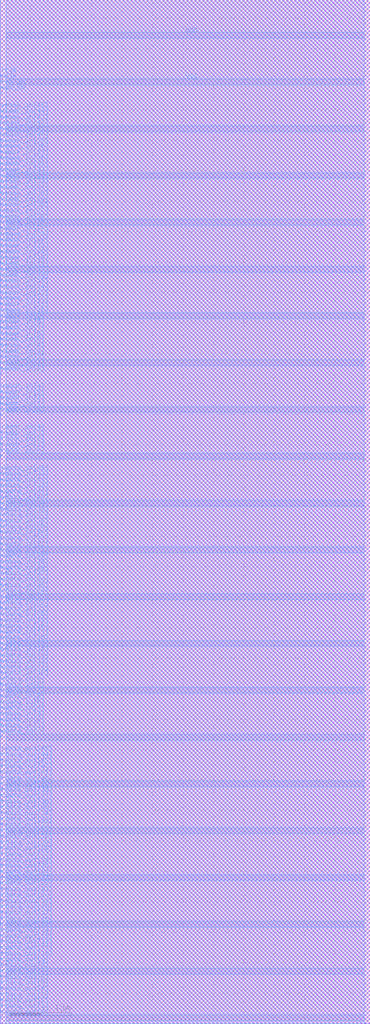
<source format=lef>
VERSION 5.7 ;
BUSBITCHARS "[]" ;
MACRO fakeregfile_32x46
  FOREIGN fakeregfile_32x46 0 0 ;
  SYMMETRY X Y R90 ;
  SIZE 6.080 BY 16.800 ;
  CLASS BLOCK ;
  PIN rdata_out[0]
    DIRECTION OUTPUT ;
    USE SIGNAL ;
    SHAPE ABUTMENT ;
    PORT
      LAYER M4 ;
      RECT 0.000 0.096 0.024 0.120 ;
    END
  END rdata_out[0]
  PIN rdata_out[1]
    DIRECTION OUTPUT ;
    USE SIGNAL ;
    SHAPE ABUTMENT ;
    PORT
      LAYER M4 ;
      RECT 0.000 0.192 0.024 0.216 ;
    END
  END rdata_out[1]
  PIN rdata_out[2]
    DIRECTION OUTPUT ;
    USE SIGNAL ;
    SHAPE ABUTMENT ;
    PORT
      LAYER M4 ;
      RECT 0.000 0.288 0.024 0.312 ;
    END
  END rdata_out[2]
  PIN rdata_out[3]
    DIRECTION OUTPUT ;
    USE SIGNAL ;
    SHAPE ABUTMENT ;
    PORT
      LAYER M4 ;
      RECT 0.000 0.384 0.024 0.408 ;
    END
  END rdata_out[3]
  PIN rdata_out[4]
    DIRECTION OUTPUT ;
    USE SIGNAL ;
    SHAPE ABUTMENT ;
    PORT
      LAYER M4 ;
      RECT 0.000 0.480 0.024 0.504 ;
    END
  END rdata_out[4]
  PIN rdata_out[5]
    DIRECTION OUTPUT ;
    USE SIGNAL ;
    SHAPE ABUTMENT ;
    PORT
      LAYER M4 ;
      RECT 0.000 0.576 0.024 0.600 ;
    END
  END rdata_out[5]
  PIN rdata_out[6]
    DIRECTION OUTPUT ;
    USE SIGNAL ;
    SHAPE ABUTMENT ;
    PORT
      LAYER M4 ;
      RECT 0.000 0.672 0.024 0.696 ;
    END
  END rdata_out[6]
  PIN rdata_out[7]
    DIRECTION OUTPUT ;
    USE SIGNAL ;
    SHAPE ABUTMENT ;
    PORT
      LAYER M4 ;
      RECT 0.000 0.768 0.024 0.792 ;
    END
  END rdata_out[7]
  PIN rdata_out[8]
    DIRECTION OUTPUT ;
    USE SIGNAL ;
    SHAPE ABUTMENT ;
    PORT
      LAYER M4 ;
      RECT 0.000 0.864 0.024 0.888 ;
    END
  END rdata_out[8]
  PIN rdata_out[9]
    DIRECTION OUTPUT ;
    USE SIGNAL ;
    SHAPE ABUTMENT ;
    PORT
      LAYER M4 ;
      RECT 0.000 0.960 0.024 0.984 ;
    END
  END rdata_out[9]
  PIN rdata_out[10]
    DIRECTION OUTPUT ;
    USE SIGNAL ;
    SHAPE ABUTMENT ;
    PORT
      LAYER M4 ;
      RECT 0.000 1.056 0.024 1.080 ;
    END
  END rdata_out[10]
  PIN rdata_out[11]
    DIRECTION OUTPUT ;
    USE SIGNAL ;
    SHAPE ABUTMENT ;
    PORT
      LAYER M4 ;
      RECT 0.000 1.152 0.024 1.176 ;
    END
  END rdata_out[11]
  PIN rdata_out[12]
    DIRECTION OUTPUT ;
    USE SIGNAL ;
    SHAPE ABUTMENT ;
    PORT
      LAYER M4 ;
      RECT 0.000 1.248 0.024 1.272 ;
    END
  END rdata_out[12]
  PIN rdata_out[13]
    DIRECTION OUTPUT ;
    USE SIGNAL ;
    SHAPE ABUTMENT ;
    PORT
      LAYER M4 ;
      RECT 0.000 1.344 0.024 1.368 ;
    END
  END rdata_out[13]
  PIN rdata_out[14]
    DIRECTION OUTPUT ;
    USE SIGNAL ;
    SHAPE ABUTMENT ;
    PORT
      LAYER M4 ;
      RECT 0.000 1.440 0.024 1.464 ;
    END
  END rdata_out[14]
  PIN rdata_out[15]
    DIRECTION OUTPUT ;
    USE SIGNAL ;
    SHAPE ABUTMENT ;
    PORT
      LAYER M4 ;
      RECT 0.000 1.536 0.024 1.560 ;
    END
  END rdata_out[15]
  PIN rdata_out[16]
    DIRECTION OUTPUT ;
    USE SIGNAL ;
    SHAPE ABUTMENT ;
    PORT
      LAYER M4 ;
      RECT 0.000 1.632 0.024 1.656 ;
    END
  END rdata_out[16]
  PIN rdata_out[17]
    DIRECTION OUTPUT ;
    USE SIGNAL ;
    SHAPE ABUTMENT ;
    PORT
      LAYER M4 ;
      RECT 0.000 1.728 0.024 1.752 ;
    END
  END rdata_out[17]
  PIN rdata_out[18]
    DIRECTION OUTPUT ;
    USE SIGNAL ;
    SHAPE ABUTMENT ;
    PORT
      LAYER M4 ;
      RECT 0.000 1.824 0.024 1.848 ;
    END
  END rdata_out[18]
  PIN rdata_out[19]
    DIRECTION OUTPUT ;
    USE SIGNAL ;
    SHAPE ABUTMENT ;
    PORT
      LAYER M4 ;
      RECT 0.000 1.920 0.024 1.944 ;
    END
  END rdata_out[19]
  PIN rdata_out[20]
    DIRECTION OUTPUT ;
    USE SIGNAL ;
    SHAPE ABUTMENT ;
    PORT
      LAYER M4 ;
      RECT 0.000 2.016 0.024 2.040 ;
    END
  END rdata_out[20]
  PIN rdata_out[21]
    DIRECTION OUTPUT ;
    USE SIGNAL ;
    SHAPE ABUTMENT ;
    PORT
      LAYER M4 ;
      RECT 0.000 2.112 0.024 2.136 ;
    END
  END rdata_out[21]
  PIN rdata_out[22]
    DIRECTION OUTPUT ;
    USE SIGNAL ;
    SHAPE ABUTMENT ;
    PORT
      LAYER M4 ;
      RECT 0.000 2.208 0.024 2.232 ;
    END
  END rdata_out[22]
  PIN rdata_out[23]
    DIRECTION OUTPUT ;
    USE SIGNAL ;
    SHAPE ABUTMENT ;
    PORT
      LAYER M4 ;
      RECT 0.000 2.304 0.024 2.328 ;
    END
  END rdata_out[23]
  PIN rdata_out[24]
    DIRECTION OUTPUT ;
    USE SIGNAL ;
    SHAPE ABUTMENT ;
    PORT
      LAYER M4 ;
      RECT 0.000 2.400 0.024 2.424 ;
    END
  END rdata_out[24]
  PIN rdata_out[25]
    DIRECTION OUTPUT ;
    USE SIGNAL ;
    SHAPE ABUTMENT ;
    PORT
      LAYER M4 ;
      RECT 0.000 2.496 0.024 2.520 ;
    END
  END rdata_out[25]
  PIN rdata_out[26]
    DIRECTION OUTPUT ;
    USE SIGNAL ;
    SHAPE ABUTMENT ;
    PORT
      LAYER M4 ;
      RECT 0.000 2.592 0.024 2.616 ;
    END
  END rdata_out[26]
  PIN rdata_out[27]
    DIRECTION OUTPUT ;
    USE SIGNAL ;
    SHAPE ABUTMENT ;
    PORT
      LAYER M4 ;
      RECT 0.000 2.688 0.024 2.712 ;
    END
  END rdata_out[27]
  PIN rdata_out[28]
    DIRECTION OUTPUT ;
    USE SIGNAL ;
    SHAPE ABUTMENT ;
    PORT
      LAYER M4 ;
      RECT 0.000 2.784 0.024 2.808 ;
    END
  END rdata_out[28]
  PIN rdata_out[29]
    DIRECTION OUTPUT ;
    USE SIGNAL ;
    SHAPE ABUTMENT ;
    PORT
      LAYER M4 ;
      RECT 0.000 2.880 0.024 2.904 ;
    END
  END rdata_out[29]
  PIN rdata_out[30]
    DIRECTION OUTPUT ;
    USE SIGNAL ;
    SHAPE ABUTMENT ;
    PORT
      LAYER M4 ;
      RECT 0.000 2.976 0.024 3.000 ;
    END
  END rdata_out[30]
  PIN rdata_out[31]
    DIRECTION OUTPUT ;
    USE SIGNAL ;
    SHAPE ABUTMENT ;
    PORT
      LAYER M4 ;
      RECT 0.000 3.072 0.024 3.096 ;
    END
  END rdata_out[31]
  PIN rdata_out[32]
    DIRECTION OUTPUT ;
    USE SIGNAL ;
    SHAPE ABUTMENT ;
    PORT
      LAYER M4 ;
      RECT 0.000 3.168 0.024 3.192 ;
    END
  END rdata_out[32]
  PIN rdata_out[33]
    DIRECTION OUTPUT ;
    USE SIGNAL ;
    SHAPE ABUTMENT ;
    PORT
      LAYER M4 ;
      RECT 0.000 3.264 0.024 3.288 ;
    END
  END rdata_out[33]
  PIN rdata_out[34]
    DIRECTION OUTPUT ;
    USE SIGNAL ;
    SHAPE ABUTMENT ;
    PORT
      LAYER M4 ;
      RECT 0.000 3.360 0.024 3.384 ;
    END
  END rdata_out[34]
  PIN rdata_out[35]
    DIRECTION OUTPUT ;
    USE SIGNAL ;
    SHAPE ABUTMENT ;
    PORT
      LAYER M4 ;
      RECT 0.000 3.456 0.024 3.480 ;
    END
  END rdata_out[35]
  PIN rdata_out[36]
    DIRECTION OUTPUT ;
    USE SIGNAL ;
    SHAPE ABUTMENT ;
    PORT
      LAYER M4 ;
      RECT 0.000 3.552 0.024 3.576 ;
    END
  END rdata_out[36]
  PIN rdata_out[37]
    DIRECTION OUTPUT ;
    USE SIGNAL ;
    SHAPE ABUTMENT ;
    PORT
      LAYER M4 ;
      RECT 0.000 3.648 0.024 3.672 ;
    END
  END rdata_out[37]
  PIN rdata_out[38]
    DIRECTION OUTPUT ;
    USE SIGNAL ;
    SHAPE ABUTMENT ;
    PORT
      LAYER M4 ;
      RECT 0.000 3.744 0.024 3.768 ;
    END
  END rdata_out[38]
  PIN rdata_out[39]
    DIRECTION OUTPUT ;
    USE SIGNAL ;
    SHAPE ABUTMENT ;
    PORT
      LAYER M4 ;
      RECT 0.000 3.840 0.024 3.864 ;
    END
  END rdata_out[39]
  PIN rdata_out[40]
    DIRECTION OUTPUT ;
    USE SIGNAL ;
    SHAPE ABUTMENT ;
    PORT
      LAYER M4 ;
      RECT 0.000 3.936 0.024 3.960 ;
    END
  END rdata_out[40]
  PIN rdata_out[41]
    DIRECTION OUTPUT ;
    USE SIGNAL ;
    SHAPE ABUTMENT ;
    PORT
      LAYER M4 ;
      RECT 0.000 4.032 0.024 4.056 ;
    END
  END rdata_out[41]
  PIN rdata_out[42]
    DIRECTION OUTPUT ;
    USE SIGNAL ;
    SHAPE ABUTMENT ;
    PORT
      LAYER M4 ;
      RECT 0.000 4.128 0.024 4.152 ;
    END
  END rdata_out[42]
  PIN rdata_out[43]
    DIRECTION OUTPUT ;
    USE SIGNAL ;
    SHAPE ABUTMENT ;
    PORT
      LAYER M4 ;
      RECT 0.000 4.224 0.024 4.248 ;
    END
  END rdata_out[43]
  PIN rdata_out[44]
    DIRECTION OUTPUT ;
    USE SIGNAL ;
    SHAPE ABUTMENT ;
    PORT
      LAYER M4 ;
      RECT 0.000 4.320 0.024 4.344 ;
    END
  END rdata_out[44]
  PIN rdata_out[45]
    DIRECTION OUTPUT ;
    USE SIGNAL ;
    SHAPE ABUTMENT ;
    PORT
      LAYER M4 ;
      RECT 0.000 4.416 0.024 4.440 ;
    END
  END rdata_out[45]
  PIN wdata_in[0]
    DIRECTION INPUT ;
    USE SIGNAL ;
    SHAPE ABUTMENT ;
    PORT
      LAYER M4 ;
      RECT 0.000 4.704 0.024 4.728 ;
    END
  END wdata_in[0]
  PIN wdata_in[1]
    DIRECTION INPUT ;
    USE SIGNAL ;
    SHAPE ABUTMENT ;
    PORT
      LAYER M4 ;
      RECT 0.000 4.800 0.024 4.824 ;
    END
  END wdata_in[1]
  PIN wdata_in[2]
    DIRECTION INPUT ;
    USE SIGNAL ;
    SHAPE ABUTMENT ;
    PORT
      LAYER M4 ;
      RECT 0.000 4.896 0.024 4.920 ;
    END
  END wdata_in[2]
  PIN wdata_in[3]
    DIRECTION INPUT ;
    USE SIGNAL ;
    SHAPE ABUTMENT ;
    PORT
      LAYER M4 ;
      RECT 0.000 4.992 0.024 5.016 ;
    END
  END wdata_in[3]
  PIN wdata_in[4]
    DIRECTION INPUT ;
    USE SIGNAL ;
    SHAPE ABUTMENT ;
    PORT
      LAYER M4 ;
      RECT 0.000 5.088 0.024 5.112 ;
    END
  END wdata_in[4]
  PIN wdata_in[5]
    DIRECTION INPUT ;
    USE SIGNAL ;
    SHAPE ABUTMENT ;
    PORT
      LAYER M4 ;
      RECT 0.000 5.184 0.024 5.208 ;
    END
  END wdata_in[5]
  PIN wdata_in[6]
    DIRECTION INPUT ;
    USE SIGNAL ;
    SHAPE ABUTMENT ;
    PORT
      LAYER M4 ;
      RECT 0.000 5.280 0.024 5.304 ;
    END
  END wdata_in[6]
  PIN wdata_in[7]
    DIRECTION INPUT ;
    USE SIGNAL ;
    SHAPE ABUTMENT ;
    PORT
      LAYER M4 ;
      RECT 0.000 5.376 0.024 5.400 ;
    END
  END wdata_in[7]
  PIN wdata_in[8]
    DIRECTION INPUT ;
    USE SIGNAL ;
    SHAPE ABUTMENT ;
    PORT
      LAYER M4 ;
      RECT 0.000 5.472 0.024 5.496 ;
    END
  END wdata_in[8]
  PIN wdata_in[9]
    DIRECTION INPUT ;
    USE SIGNAL ;
    SHAPE ABUTMENT ;
    PORT
      LAYER M4 ;
      RECT 0.000 5.568 0.024 5.592 ;
    END
  END wdata_in[9]
  PIN wdata_in[10]
    DIRECTION INPUT ;
    USE SIGNAL ;
    SHAPE ABUTMENT ;
    PORT
      LAYER M4 ;
      RECT 0.000 5.664 0.024 5.688 ;
    END
  END wdata_in[10]
  PIN wdata_in[11]
    DIRECTION INPUT ;
    USE SIGNAL ;
    SHAPE ABUTMENT ;
    PORT
      LAYER M4 ;
      RECT 0.000 5.760 0.024 5.784 ;
    END
  END wdata_in[11]
  PIN wdata_in[12]
    DIRECTION INPUT ;
    USE SIGNAL ;
    SHAPE ABUTMENT ;
    PORT
      LAYER M4 ;
      RECT 0.000 5.856 0.024 5.880 ;
    END
  END wdata_in[12]
  PIN wdata_in[13]
    DIRECTION INPUT ;
    USE SIGNAL ;
    SHAPE ABUTMENT ;
    PORT
      LAYER M4 ;
      RECT 0.000 5.952 0.024 5.976 ;
    END
  END wdata_in[13]
  PIN wdata_in[14]
    DIRECTION INPUT ;
    USE SIGNAL ;
    SHAPE ABUTMENT ;
    PORT
      LAYER M4 ;
      RECT 0.000 6.048 0.024 6.072 ;
    END
  END wdata_in[14]
  PIN wdata_in[15]
    DIRECTION INPUT ;
    USE SIGNAL ;
    SHAPE ABUTMENT ;
    PORT
      LAYER M4 ;
      RECT 0.000 6.144 0.024 6.168 ;
    END
  END wdata_in[15]
  PIN wdata_in[16]
    DIRECTION INPUT ;
    USE SIGNAL ;
    SHAPE ABUTMENT ;
    PORT
      LAYER M4 ;
      RECT 0.000 6.240 0.024 6.264 ;
    END
  END wdata_in[16]
  PIN wdata_in[17]
    DIRECTION INPUT ;
    USE SIGNAL ;
    SHAPE ABUTMENT ;
    PORT
      LAYER M4 ;
      RECT 0.000 6.336 0.024 6.360 ;
    END
  END wdata_in[17]
  PIN wdata_in[18]
    DIRECTION INPUT ;
    USE SIGNAL ;
    SHAPE ABUTMENT ;
    PORT
      LAYER M4 ;
      RECT 0.000 6.432 0.024 6.456 ;
    END
  END wdata_in[18]
  PIN wdata_in[19]
    DIRECTION INPUT ;
    USE SIGNAL ;
    SHAPE ABUTMENT ;
    PORT
      LAYER M4 ;
      RECT 0.000 6.528 0.024 6.552 ;
    END
  END wdata_in[19]
  PIN wdata_in[20]
    DIRECTION INPUT ;
    USE SIGNAL ;
    SHAPE ABUTMENT ;
    PORT
      LAYER M4 ;
      RECT 0.000 6.624 0.024 6.648 ;
    END
  END wdata_in[20]
  PIN wdata_in[21]
    DIRECTION INPUT ;
    USE SIGNAL ;
    SHAPE ABUTMENT ;
    PORT
      LAYER M4 ;
      RECT 0.000 6.720 0.024 6.744 ;
    END
  END wdata_in[21]
  PIN wdata_in[22]
    DIRECTION INPUT ;
    USE SIGNAL ;
    SHAPE ABUTMENT ;
    PORT
      LAYER M4 ;
      RECT 0.000 6.816 0.024 6.840 ;
    END
  END wdata_in[22]
  PIN wdata_in[23]
    DIRECTION INPUT ;
    USE SIGNAL ;
    SHAPE ABUTMENT ;
    PORT
      LAYER M4 ;
      RECT 0.000 6.912 0.024 6.936 ;
    END
  END wdata_in[23]
  PIN wdata_in[24]
    DIRECTION INPUT ;
    USE SIGNAL ;
    SHAPE ABUTMENT ;
    PORT
      LAYER M4 ;
      RECT 0.000 7.008 0.024 7.032 ;
    END
  END wdata_in[24]
  PIN wdata_in[25]
    DIRECTION INPUT ;
    USE SIGNAL ;
    SHAPE ABUTMENT ;
    PORT
      LAYER M4 ;
      RECT 0.000 7.104 0.024 7.128 ;
    END
  END wdata_in[25]
  PIN wdata_in[26]
    DIRECTION INPUT ;
    USE SIGNAL ;
    SHAPE ABUTMENT ;
    PORT
      LAYER M4 ;
      RECT 0.000 7.200 0.024 7.224 ;
    END
  END wdata_in[26]
  PIN wdata_in[27]
    DIRECTION INPUT ;
    USE SIGNAL ;
    SHAPE ABUTMENT ;
    PORT
      LAYER M4 ;
      RECT 0.000 7.296 0.024 7.320 ;
    END
  END wdata_in[27]
  PIN wdata_in[28]
    DIRECTION INPUT ;
    USE SIGNAL ;
    SHAPE ABUTMENT ;
    PORT
      LAYER M4 ;
      RECT 0.000 7.392 0.024 7.416 ;
    END
  END wdata_in[28]
  PIN wdata_in[29]
    DIRECTION INPUT ;
    USE SIGNAL ;
    SHAPE ABUTMENT ;
    PORT
      LAYER M4 ;
      RECT 0.000 7.488 0.024 7.512 ;
    END
  END wdata_in[29]
  PIN wdata_in[30]
    DIRECTION INPUT ;
    USE SIGNAL ;
    SHAPE ABUTMENT ;
    PORT
      LAYER M4 ;
      RECT 0.000 7.584 0.024 7.608 ;
    END
  END wdata_in[30]
  PIN wdata_in[31]
    DIRECTION INPUT ;
    USE SIGNAL ;
    SHAPE ABUTMENT ;
    PORT
      LAYER M4 ;
      RECT 0.000 7.680 0.024 7.704 ;
    END
  END wdata_in[31]
  PIN wdata_in[32]
    DIRECTION INPUT ;
    USE SIGNAL ;
    SHAPE ABUTMENT ;
    PORT
      LAYER M4 ;
      RECT 0.000 7.776 0.024 7.800 ;
    END
  END wdata_in[32]
  PIN wdata_in[33]
    DIRECTION INPUT ;
    USE SIGNAL ;
    SHAPE ABUTMENT ;
    PORT
      LAYER M4 ;
      RECT 0.000 7.872 0.024 7.896 ;
    END
  END wdata_in[33]
  PIN wdata_in[34]
    DIRECTION INPUT ;
    USE SIGNAL ;
    SHAPE ABUTMENT ;
    PORT
      LAYER M4 ;
      RECT 0.000 7.968 0.024 7.992 ;
    END
  END wdata_in[34]
  PIN wdata_in[35]
    DIRECTION INPUT ;
    USE SIGNAL ;
    SHAPE ABUTMENT ;
    PORT
      LAYER M4 ;
      RECT 0.000 8.064 0.024 8.088 ;
    END
  END wdata_in[35]
  PIN wdata_in[36]
    DIRECTION INPUT ;
    USE SIGNAL ;
    SHAPE ABUTMENT ;
    PORT
      LAYER M4 ;
      RECT 0.000 8.160 0.024 8.184 ;
    END
  END wdata_in[36]
  PIN wdata_in[37]
    DIRECTION INPUT ;
    USE SIGNAL ;
    SHAPE ABUTMENT ;
    PORT
      LAYER M4 ;
      RECT 0.000 8.256 0.024 8.280 ;
    END
  END wdata_in[37]
  PIN wdata_in[38]
    DIRECTION INPUT ;
    USE SIGNAL ;
    SHAPE ABUTMENT ;
    PORT
      LAYER M4 ;
      RECT 0.000 8.352 0.024 8.376 ;
    END
  END wdata_in[38]
  PIN wdata_in[39]
    DIRECTION INPUT ;
    USE SIGNAL ;
    SHAPE ABUTMENT ;
    PORT
      LAYER M4 ;
      RECT 0.000 8.448 0.024 8.472 ;
    END
  END wdata_in[39]
  PIN wdata_in[40]
    DIRECTION INPUT ;
    USE SIGNAL ;
    SHAPE ABUTMENT ;
    PORT
      LAYER M4 ;
      RECT 0.000 8.544 0.024 8.568 ;
    END
  END wdata_in[40]
  PIN wdata_in[41]
    DIRECTION INPUT ;
    USE SIGNAL ;
    SHAPE ABUTMENT ;
    PORT
      LAYER M4 ;
      RECT 0.000 8.640 0.024 8.664 ;
    END
  END wdata_in[41]
  PIN wdata_in[42]
    DIRECTION INPUT ;
    USE SIGNAL ;
    SHAPE ABUTMENT ;
    PORT
      LAYER M4 ;
      RECT 0.000 8.736 0.024 8.760 ;
    END
  END wdata_in[42]
  PIN wdata_in[43]
    DIRECTION INPUT ;
    USE SIGNAL ;
    SHAPE ABUTMENT ;
    PORT
      LAYER M4 ;
      RECT 0.000 8.832 0.024 8.856 ;
    END
  END wdata_in[43]
  PIN wdata_in[44]
    DIRECTION INPUT ;
    USE SIGNAL ;
    SHAPE ABUTMENT ;
    PORT
      LAYER M4 ;
      RECT 0.000 8.928 0.024 8.952 ;
    END
  END wdata_in[44]
  PIN wdata_in[45]
    DIRECTION INPUT ;
    USE SIGNAL ;
    SHAPE ABUTMENT ;
    PORT
      LAYER M4 ;
      RECT 0.000 9.024 0.024 9.048 ;
    END
  END wdata_in[45]
  PIN raddr_in[0]
    DIRECTION INPUT ;
    USE SIGNAL ;
    SHAPE ABUTMENT ;
    PORT
      LAYER M4 ;
      RECT 0.000 9.312 0.024 9.336 ;
    END
  END raddr_in[0]
  PIN raddr_in[1]
    DIRECTION INPUT ;
    USE SIGNAL ;
    SHAPE ABUTMENT ;
    PORT
      LAYER M4 ;
      RECT 0.000 9.408 0.024 9.432 ;
    END
  END raddr_in[1]
  PIN raddr_in[2]
    DIRECTION INPUT ;
    USE SIGNAL ;
    SHAPE ABUTMENT ;
    PORT
      LAYER M4 ;
      RECT 0.000 9.504 0.024 9.528 ;
    END
  END raddr_in[2]
  PIN raddr_in[3]
    DIRECTION INPUT ;
    USE SIGNAL ;
    SHAPE ABUTMENT ;
    PORT
      LAYER M4 ;
      RECT 0.000 9.600 0.024 9.624 ;
    END
  END raddr_in[3]
  PIN raddr_in[4]
    DIRECTION INPUT ;
    USE SIGNAL ;
    SHAPE ABUTMENT ;
    PORT
      LAYER M4 ;
      RECT 0.000 9.696 0.024 9.720 ;
    END
  END raddr_in[4]
  PIN waddr_in[0]
    DIRECTION INPUT ;
    USE SIGNAL ;
    SHAPE ABUTMENT ;
    PORT
      LAYER M4 ;
      RECT 0.000 9.984 0.024 10.008 ;
    END
  END waddr_in[0]
  PIN waddr_in[1]
    DIRECTION INPUT ;
    USE SIGNAL ;
    SHAPE ABUTMENT ;
    PORT
      LAYER M4 ;
      RECT 0.000 10.080 0.024 10.104 ;
    END
  END waddr_in[1]
  PIN waddr_in[2]
    DIRECTION INPUT ;
    USE SIGNAL ;
    SHAPE ABUTMENT ;
    PORT
      LAYER M4 ;
      RECT 0.000 10.176 0.024 10.200 ;
    END
  END waddr_in[2]
  PIN waddr_in[3]
    DIRECTION INPUT ;
    USE SIGNAL ;
    SHAPE ABUTMENT ;
    PORT
      LAYER M4 ;
      RECT 0.000 10.272 0.024 10.296 ;
    END
  END waddr_in[3]
  PIN waddr_in[4]
    DIRECTION INPUT ;
    USE SIGNAL ;
    SHAPE ABUTMENT ;
    PORT
      LAYER M4 ;
      RECT 0.000 10.368 0.024 10.392 ;
    END
  END waddr_in[4]
  PIN wmask_in[0]
    DIRECTION INPUT ;
    USE SIGNAL ;
    SHAPE ABUTMENT ;
    PORT
      LAYER M4 ;
      RECT 0.000 10.656 0.024 10.680 ;
    END
  END wmask_in[0]
  PIN wmask_in[1]
    DIRECTION INPUT ;
    USE SIGNAL ;
    SHAPE ABUTMENT ;
    PORT
      LAYER M4 ;
      RECT 0.000 10.752 0.024 10.776 ;
    END
  END wmask_in[1]
  PIN wmask_in[2]
    DIRECTION INPUT ;
    USE SIGNAL ;
    SHAPE ABUTMENT ;
    PORT
      LAYER M4 ;
      RECT 0.000 10.848 0.024 10.872 ;
    END
  END wmask_in[2]
  PIN wmask_in[3]
    DIRECTION INPUT ;
    USE SIGNAL ;
    SHAPE ABUTMENT ;
    PORT
      LAYER M4 ;
      RECT 0.000 10.944 0.024 10.968 ;
    END
  END wmask_in[3]
  PIN wmask_in[4]
    DIRECTION INPUT ;
    USE SIGNAL ;
    SHAPE ABUTMENT ;
    PORT
      LAYER M4 ;
      RECT 0.000 11.040 0.024 11.064 ;
    END
  END wmask_in[4]
  PIN wmask_in[5]
    DIRECTION INPUT ;
    USE SIGNAL ;
    SHAPE ABUTMENT ;
    PORT
      LAYER M4 ;
      RECT 0.000 11.136 0.024 11.160 ;
    END
  END wmask_in[5]
  PIN wmask_in[6]
    DIRECTION INPUT ;
    USE SIGNAL ;
    SHAPE ABUTMENT ;
    PORT
      LAYER M4 ;
      RECT 0.000 11.232 0.024 11.256 ;
    END
  END wmask_in[6]
  PIN wmask_in[7]
    DIRECTION INPUT ;
    USE SIGNAL ;
    SHAPE ABUTMENT ;
    PORT
      LAYER M4 ;
      RECT 0.000 11.328 0.024 11.352 ;
    END
  END wmask_in[7]
  PIN wmask_in[8]
    DIRECTION INPUT ;
    USE SIGNAL ;
    SHAPE ABUTMENT ;
    PORT
      LAYER M4 ;
      RECT 0.000 11.424 0.024 11.448 ;
    END
  END wmask_in[8]
  PIN wmask_in[9]
    DIRECTION INPUT ;
    USE SIGNAL ;
    SHAPE ABUTMENT ;
    PORT
      LAYER M4 ;
      RECT 0.000 11.520 0.024 11.544 ;
    END
  END wmask_in[9]
  PIN wmask_in[10]
    DIRECTION INPUT ;
    USE SIGNAL ;
    SHAPE ABUTMENT ;
    PORT
      LAYER M4 ;
      RECT 0.000 11.616 0.024 11.640 ;
    END
  END wmask_in[10]
  PIN wmask_in[11]
    DIRECTION INPUT ;
    USE SIGNAL ;
    SHAPE ABUTMENT ;
    PORT
      LAYER M4 ;
      RECT 0.000 11.712 0.024 11.736 ;
    END
  END wmask_in[11]
  PIN wmask_in[12]
    DIRECTION INPUT ;
    USE SIGNAL ;
    SHAPE ABUTMENT ;
    PORT
      LAYER M4 ;
      RECT 0.000 11.808 0.024 11.832 ;
    END
  END wmask_in[12]
  PIN wmask_in[13]
    DIRECTION INPUT ;
    USE SIGNAL ;
    SHAPE ABUTMENT ;
    PORT
      LAYER M4 ;
      RECT 0.000 11.904 0.024 11.928 ;
    END
  END wmask_in[13]
  PIN wmask_in[14]
    DIRECTION INPUT ;
    USE SIGNAL ;
    SHAPE ABUTMENT ;
    PORT
      LAYER M4 ;
      RECT 0.000 12.000 0.024 12.024 ;
    END
  END wmask_in[14]
  PIN wmask_in[15]
    DIRECTION INPUT ;
    USE SIGNAL ;
    SHAPE ABUTMENT ;
    PORT
      LAYER M4 ;
      RECT 0.000 12.096 0.024 12.120 ;
    END
  END wmask_in[15]
  PIN wmask_in[16]
    DIRECTION INPUT ;
    USE SIGNAL ;
    SHAPE ABUTMENT ;
    PORT
      LAYER M4 ;
      RECT 0.000 12.192 0.024 12.216 ;
    END
  END wmask_in[16]
  PIN wmask_in[17]
    DIRECTION INPUT ;
    USE SIGNAL ;
    SHAPE ABUTMENT ;
    PORT
      LAYER M4 ;
      RECT 0.000 12.288 0.024 12.312 ;
    END
  END wmask_in[17]
  PIN wmask_in[18]
    DIRECTION INPUT ;
    USE SIGNAL ;
    SHAPE ABUTMENT ;
    PORT
      LAYER M4 ;
      RECT 0.000 12.384 0.024 12.408 ;
    END
  END wmask_in[18]
  PIN wmask_in[19]
    DIRECTION INPUT ;
    USE SIGNAL ;
    SHAPE ABUTMENT ;
    PORT
      LAYER M4 ;
      RECT 0.000 12.480 0.024 12.504 ;
    END
  END wmask_in[19]
  PIN wmask_in[20]
    DIRECTION INPUT ;
    USE SIGNAL ;
    SHAPE ABUTMENT ;
    PORT
      LAYER M4 ;
      RECT 0.000 12.576 0.024 12.600 ;
    END
  END wmask_in[20]
  PIN wmask_in[21]
    DIRECTION INPUT ;
    USE SIGNAL ;
    SHAPE ABUTMENT ;
    PORT
      LAYER M4 ;
      RECT 0.000 12.672 0.024 12.696 ;
    END
  END wmask_in[21]
  PIN wmask_in[22]
    DIRECTION INPUT ;
    USE SIGNAL ;
    SHAPE ABUTMENT ;
    PORT
      LAYER M4 ;
      RECT 0.000 12.768 0.024 12.792 ;
    END
  END wmask_in[22]
  PIN wmask_in[23]
    DIRECTION INPUT ;
    USE SIGNAL ;
    SHAPE ABUTMENT ;
    PORT
      LAYER M4 ;
      RECT 0.000 12.864 0.024 12.888 ;
    END
  END wmask_in[23]
  PIN wmask_in[24]
    DIRECTION INPUT ;
    USE SIGNAL ;
    SHAPE ABUTMENT ;
    PORT
      LAYER M4 ;
      RECT 0.000 12.960 0.024 12.984 ;
    END
  END wmask_in[24]
  PIN wmask_in[25]
    DIRECTION INPUT ;
    USE SIGNAL ;
    SHAPE ABUTMENT ;
    PORT
      LAYER M4 ;
      RECT 0.000 13.056 0.024 13.080 ;
    END
  END wmask_in[25]
  PIN wmask_in[26]
    DIRECTION INPUT ;
    USE SIGNAL ;
    SHAPE ABUTMENT ;
    PORT
      LAYER M4 ;
      RECT 0.000 13.152 0.024 13.176 ;
    END
  END wmask_in[26]
  PIN wmask_in[27]
    DIRECTION INPUT ;
    USE SIGNAL ;
    SHAPE ABUTMENT ;
    PORT
      LAYER M4 ;
      RECT 0.000 13.248 0.024 13.272 ;
    END
  END wmask_in[27]
  PIN wmask_in[28]
    DIRECTION INPUT ;
    USE SIGNAL ;
    SHAPE ABUTMENT ;
    PORT
      LAYER M4 ;
      RECT 0.000 13.344 0.024 13.368 ;
    END
  END wmask_in[28]
  PIN wmask_in[29]
    DIRECTION INPUT ;
    USE SIGNAL ;
    SHAPE ABUTMENT ;
    PORT
      LAYER M4 ;
      RECT 0.000 13.440 0.024 13.464 ;
    END
  END wmask_in[29]
  PIN wmask_in[30]
    DIRECTION INPUT ;
    USE SIGNAL ;
    SHAPE ABUTMENT ;
    PORT
      LAYER M4 ;
      RECT 0.000 13.536 0.024 13.560 ;
    END
  END wmask_in[30]
  PIN wmask_in[31]
    DIRECTION INPUT ;
    USE SIGNAL ;
    SHAPE ABUTMENT ;
    PORT
      LAYER M4 ;
      RECT 0.000 13.632 0.024 13.656 ;
    END
  END wmask_in[31]
  PIN wmask_in[32]
    DIRECTION INPUT ;
    USE SIGNAL ;
    SHAPE ABUTMENT ;
    PORT
      LAYER M4 ;
      RECT 0.000 13.728 0.024 13.752 ;
    END
  END wmask_in[32]
  PIN wmask_in[33]
    DIRECTION INPUT ;
    USE SIGNAL ;
    SHAPE ABUTMENT ;
    PORT
      LAYER M4 ;
      RECT 0.000 13.824 0.024 13.848 ;
    END
  END wmask_in[33]
  PIN wmask_in[34]
    DIRECTION INPUT ;
    USE SIGNAL ;
    SHAPE ABUTMENT ;
    PORT
      LAYER M4 ;
      RECT 0.000 13.920 0.024 13.944 ;
    END
  END wmask_in[34]
  PIN wmask_in[35]
    DIRECTION INPUT ;
    USE SIGNAL ;
    SHAPE ABUTMENT ;
    PORT
      LAYER M4 ;
      RECT 0.000 14.016 0.024 14.040 ;
    END
  END wmask_in[35]
  PIN wmask_in[36]
    DIRECTION INPUT ;
    USE SIGNAL ;
    SHAPE ABUTMENT ;
    PORT
      LAYER M4 ;
      RECT 0.000 14.112 0.024 14.136 ;
    END
  END wmask_in[36]
  PIN wmask_in[37]
    DIRECTION INPUT ;
    USE SIGNAL ;
    SHAPE ABUTMENT ;
    PORT
      LAYER M4 ;
      RECT 0.000 14.208 0.024 14.232 ;
    END
  END wmask_in[37]
  PIN wmask_in[38]
    DIRECTION INPUT ;
    USE SIGNAL ;
    SHAPE ABUTMENT ;
    PORT
      LAYER M4 ;
      RECT 0.000 14.304 0.024 14.328 ;
    END
  END wmask_in[38]
  PIN wmask_in[39]
    DIRECTION INPUT ;
    USE SIGNAL ;
    SHAPE ABUTMENT ;
    PORT
      LAYER M4 ;
      RECT 0.000 14.400 0.024 14.424 ;
    END
  END wmask_in[39]
  PIN wmask_in[40]
    DIRECTION INPUT ;
    USE SIGNAL ;
    SHAPE ABUTMENT ;
    PORT
      LAYER M4 ;
      RECT 0.000 14.496 0.024 14.520 ;
    END
  END wmask_in[40]
  PIN wmask_in[41]
    DIRECTION INPUT ;
    USE SIGNAL ;
    SHAPE ABUTMENT ;
    PORT
      LAYER M4 ;
      RECT 0.000 14.592 0.024 14.616 ;
    END
  END wmask_in[41]
  PIN wmask_in[42]
    DIRECTION INPUT ;
    USE SIGNAL ;
    SHAPE ABUTMENT ;
    PORT
      LAYER M4 ;
      RECT 0.000 14.688 0.024 14.712 ;
    END
  END wmask_in[42]
  PIN wmask_in[43]
    DIRECTION INPUT ;
    USE SIGNAL ;
    SHAPE ABUTMENT ;
    PORT
      LAYER M4 ;
      RECT 0.000 14.784 0.024 14.808 ;
    END
  END wmask_in[43]
  PIN wmask_in[44]
    DIRECTION INPUT ;
    USE SIGNAL ;
    SHAPE ABUTMENT ;
    PORT
      LAYER M4 ;
      RECT 0.000 14.880 0.024 14.904 ;
    END
  END wmask_in[44]
  PIN wmask_in[45]
    DIRECTION INPUT ;
    USE SIGNAL ;
    SHAPE ABUTMENT ;
    PORT
      LAYER M4 ;
      RECT 0.000 14.976 0.024 15.000 ;
    END
  END wmask_in[45]
  PIN wen_in
    DIRECTION INPUT ;
    USE SIGNAL ;
    SHAPE ABUTMENT ;
    PORT
      LAYER M4 ;
      RECT 0.000 15.264 0.024 15.288 ;
    END
  END wen_in
  PIN ren_in
    DIRECTION INPUT ;
    USE SIGNAL ;
    SHAPE ABUTMENT ;
    PORT
      LAYER M4 ;
      RECT 0.000 15.360 0.024 15.384 ;
    END
  END ren_in
  PIN wclk
    DIRECTION INPUT ;
    USE SIGNAL ;
    SHAPE ABUTMENT ;
    PORT
      LAYER M4 ;
      RECT 0.000 15.456 0.024 15.480 ;
    END
  END wclk
  PIN rclk
    DIRECTION INPUT ;
    USE SIGNAL ;
    SHAPE ABUTMENT ;
    PORT
      LAYER M4 ;
      RECT 0.000 15.552 0.024 15.576 ;
    END
  END rclk
  PIN VSS
    DIRECTION INOUT ;
    USE GROUND ;
    PORT
      LAYER M4 ;
      RECT 0.096 0.048 5.984 0.144 ;
      RECT 0.096 1.584 5.984 1.680 ;
      RECT 0.096 3.120 5.984 3.216 ;
      RECT 0.096 4.656 5.984 4.752 ;
      RECT 0.096 6.192 5.984 6.288 ;
      RECT 0.096 7.728 5.984 7.824 ;
      RECT 0.096 9.264 5.984 9.360 ;
      RECT 0.096 10.800 5.984 10.896 ;
      RECT 0.096 12.336 5.984 12.432 ;
      RECT 0.096 13.872 5.984 13.968 ;
      RECT 0.096 15.408 5.984 15.504 ;
    END
  END VSS
  PIN VDD
    DIRECTION INOUT ;
    USE POWER ;
    PORT
      LAYER M4 ;
      RECT 0.096 0.816 5.984 0.912 ;
      RECT 0.096 2.352 5.984 2.448 ;
      RECT 0.096 3.888 5.984 3.984 ;
      RECT 0.096 5.424 5.984 5.520 ;
      RECT 0.096 6.960 5.984 7.056 ;
      RECT 0.096 8.496 5.984 8.592 ;
      RECT 0.096 10.032 5.984 10.128 ;
      RECT 0.096 11.568 5.984 11.664 ;
      RECT 0.096 13.104 5.984 13.200 ;
      RECT 0.096 14.640 5.984 14.736 ;
      RECT 0.096 16.176 5.984 16.272 ;
    END
  END VDD
  OBS
    LAYER M1 ;
    RECT 0 0 6.080 16.800 ;
    LAYER M2 ;
    RECT 0 0 6.080 16.800 ;
    LAYER M3 ;
    RECT 0 0 6.080 16.800 ;
    LAYER M4 ;
    RECT 0.1 0 5.980 16.800 ;
  END
END fakeregfile_32x46

END LIBRARY

</source>
